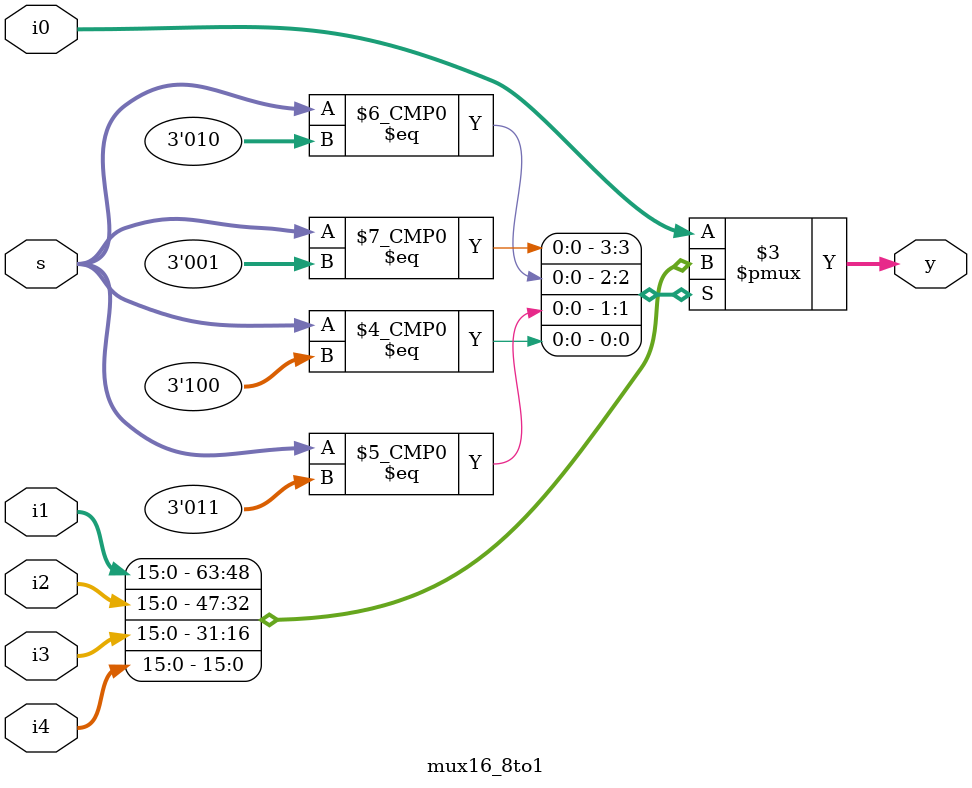
<source format=v>
module mux16_8to1(
	input [15:0] i4, i3, i2, i1, i0,
	input [2:0] s,
	output reg [15:0] y
);

	always @(*)
	begin
	
		case (s)
			3'b001 	: y = i1;
			3'b010 	: y = i2;
			3'b011 	: y = i3;
			3'b100 	: y = i4;
			default 	: y = i0;
		endcase
	end
	
endmodule

</source>
